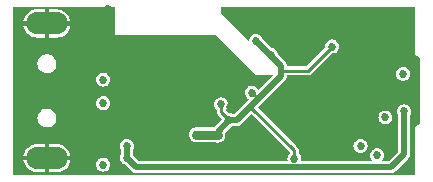
<source format=gbr>
%TF.GenerationSoftware,KiCad,Pcbnew,(6.0.7)*%
%TF.CreationDate,2023-02-09T21:31:31-08:00*%
%TF.ProjectId,ESP_SoC,4553505f-536f-4432-9e6b-696361645f70,rev?*%
%TF.SameCoordinates,Original*%
%TF.FileFunction,Copper,L3,Inr*%
%TF.FilePolarity,Positive*%
%FSLAX46Y46*%
G04 Gerber Fmt 4.6, Leading zero omitted, Abs format (unit mm)*
G04 Created by KiCad (PCBNEW (6.0.7)) date 2023-02-09 21:31:31*
%MOMM*%
%LPD*%
G01*
G04 APERTURE LIST*
%TA.AperFunction,ComponentPad*%
%ADD10O,3.500000X1.900000*%
%TD*%
%TA.AperFunction,ViaPad*%
%ADD11C,0.685800*%
%TD*%
%TA.AperFunction,ViaPad*%
%ADD12C,0.889000*%
%TD*%
%TA.AperFunction,Conductor*%
%ADD13C,0.508000*%
%TD*%
%TA.AperFunction,Conductor*%
%ADD14C,0.254000*%
%TD*%
%TA.AperFunction,Conductor*%
%ADD15C,0.762000*%
%TD*%
G04 APERTURE END LIST*
D10*
%TO.N,GND*%
%TO.C,J1*%
X101650000Y-104450000D03*
X101650000Y-93050000D03*
%TD*%
D11*
%TO.N,+3V3*%
X125800000Y-95000000D03*
X116100000Y-102500000D03*
X116400000Y-99900000D03*
X119337156Y-94518432D03*
X122600000Y-104500000D03*
X119000000Y-98900000D03*
X114295000Y-102475000D03*
X120600000Y-95700000D03*
X117100000Y-101226500D03*
%TO.N,GND*%
X117700000Y-92800000D03*
X106800000Y-92700000D03*
X117178019Y-100133500D03*
X104700000Y-104500000D03*
D12*
X122750000Y-98500000D03*
D11*
X111000000Y-104000000D03*
X130400000Y-94500000D03*
X127400000Y-94500000D03*
X106800000Y-91800000D03*
X112800000Y-94500000D03*
D12*
X124000000Y-99750000D03*
D11*
X106800000Y-93600000D03*
X107800000Y-94500000D03*
D12*
X122750000Y-101000000D03*
D11*
X107700000Y-101100000D03*
X117400000Y-96100000D03*
X130400000Y-92300000D03*
X127400000Y-92300000D03*
X113000000Y-97800000D03*
X115300000Y-99900000D03*
D12*
X124000000Y-98500000D03*
D11*
X113800000Y-94500000D03*
X117000000Y-92100000D03*
X109800000Y-94500000D03*
X114800000Y-94500000D03*
X118700000Y-102700000D03*
D12*
X124000000Y-101000000D03*
D11*
X118800000Y-97400000D03*
X108800000Y-94500000D03*
D12*
X125250000Y-98500000D03*
D11*
X106800000Y-94500000D03*
D12*
X122750000Y-99750000D03*
X125250000Y-101000000D03*
D11*
X111800000Y-94500000D03*
X129750000Y-98750000D03*
X118400000Y-93500000D03*
D12*
X125250000Y-99750000D03*
D11*
X108800000Y-97800000D03*
X113000000Y-101100000D03*
X116700000Y-95400000D03*
X129000000Y-96700000D03*
X110800000Y-94500000D03*
X130700000Y-103800000D03*
%TO.N,+5V*%
X108400000Y-103400000D03*
X131800000Y-97300000D03*
X106400000Y-105000000D03*
X131900000Y-100500000D03*
X108400000Y-104400000D03*
%TO.N,USB_D-*%
X106400000Y-99800000D03*
X129600000Y-104200000D03*
%TO.N,USB_D+*%
X128200000Y-103400000D03*
X106400000Y-97800000D03*
%TO.N,Net-(P1-PadB5)*%
X130300000Y-101000000D03*
%TD*%
D13*
%TO.N,+3V3*%
X118879606Y-100079606D02*
X119479606Y-99479606D01*
D14*
X116400000Y-100526500D02*
X117100000Y-101226500D01*
X116400000Y-99900000D02*
X116400000Y-100526500D01*
X121454000Y-97054000D02*
X123746000Y-97054000D01*
D15*
X116075000Y-102475000D02*
X116100000Y-102500000D01*
D14*
X119479606Y-99379606D02*
X119479606Y-99479606D01*
D13*
X121454000Y-97505212D02*
X121454000Y-97054000D01*
D14*
X119000000Y-98900000D02*
X119479606Y-99379606D01*
D13*
X116100000Y-102226500D02*
X117100000Y-101226500D01*
D15*
X114295000Y-102475000D02*
X116075000Y-102475000D01*
D13*
X119479606Y-99479606D02*
X121454000Y-97505212D01*
X118129606Y-100829606D02*
X118879606Y-100079606D01*
D14*
X122600000Y-103800000D02*
X118879606Y-100079606D01*
X122600000Y-104500000D02*
X122600000Y-103800000D01*
D13*
X121454000Y-96635276D02*
X119337156Y-94518432D01*
X117732712Y-101226500D02*
X118129606Y-100829606D01*
D14*
X123746000Y-97054000D02*
X125800000Y-95000000D01*
D13*
X117100000Y-101226500D02*
X117732712Y-101226500D01*
X121454000Y-97054000D02*
X121454000Y-96635276D01*
X116100000Y-102500000D02*
X116100000Y-102226500D01*
%TO.N,+5V*%
X130776100Y-105223900D02*
X109223900Y-105223900D01*
X131900000Y-100500000D02*
X131900000Y-104100000D01*
X131900000Y-104100000D02*
X130776100Y-105223900D01*
X108400000Y-104400000D02*
X108400000Y-103400000D01*
X109223900Y-105223900D02*
X108400000Y-104400000D01*
%TD*%
%TA.AperFunction,Conductor*%
%TO.N,GND*%
G36*
X107425459Y-91655333D02*
G01*
X107430292Y-91667017D01*
X107427956Y-93940306D01*
X107427896Y-93998552D01*
X107431154Y-93998572D01*
X107431155Y-93998572D01*
X115943296Y-94049960D01*
X115954777Y-94054707D01*
X118537691Y-96599637D01*
X119350000Y-97400000D01*
X120805907Y-97400000D01*
X120817574Y-97404833D01*
X120822407Y-97416500D01*
X120817574Y-97428167D01*
X119572895Y-98672846D01*
X119561228Y-98677679D01*
X119549561Y-98672846D01*
X119545984Y-98667493D01*
X119518750Y-98601744D01*
X119518750Y-98601743D01*
X119518334Y-98600740D01*
X119423218Y-98476782D01*
X119321041Y-98398379D01*
X119300122Y-98382327D01*
X119300120Y-98382326D01*
X119299260Y-98381666D01*
X119154908Y-98321874D01*
X119153843Y-98321734D01*
X119153840Y-98321733D01*
X119001071Y-98301621D01*
X119000000Y-98301480D01*
X118998929Y-98301621D01*
X118846160Y-98321733D01*
X118846157Y-98321734D01*
X118845092Y-98321874D01*
X118700740Y-98381666D01*
X118699880Y-98382326D01*
X118699878Y-98382327D01*
X118678959Y-98398379D01*
X118576782Y-98476782D01*
X118481666Y-98600740D01*
X118421874Y-98745092D01*
X118401480Y-98900000D01*
X118421874Y-99054908D01*
X118481666Y-99199260D01*
X118482326Y-99200120D01*
X118482327Y-99200122D01*
X118498910Y-99221733D01*
X118576782Y-99323218D01*
X118577637Y-99323874D01*
X118699878Y-99417673D01*
X118699880Y-99417674D01*
X118700740Y-99418334D01*
X118701743Y-99418750D01*
X118701744Y-99418750D01*
X118767493Y-99445984D01*
X118776423Y-99454914D01*
X118776423Y-99467542D01*
X118772846Y-99472895D01*
X117528574Y-100717167D01*
X117516907Y-100722000D01*
X117422890Y-100722000D01*
X117412846Y-100718590D01*
X117400126Y-100708829D01*
X117400118Y-100708824D01*
X117399260Y-100708166D01*
X117394560Y-100706219D01*
X117255905Y-100648787D01*
X117254908Y-100648374D01*
X117253843Y-100648234D01*
X117253840Y-100648233D01*
X117101071Y-100628121D01*
X117100000Y-100627980D01*
X117050935Y-100634440D01*
X117038737Y-100631171D01*
X117037114Y-100629748D01*
X116784107Y-100376741D01*
X116779274Y-100365074D01*
X116784107Y-100353407D01*
X116785730Y-100351984D01*
X116822359Y-100323878D01*
X116822363Y-100323874D01*
X116823218Y-100323218D01*
X116879735Y-100249564D01*
X116917673Y-100200122D01*
X116917674Y-100200120D01*
X116918334Y-100199260D01*
X116978126Y-100054908D01*
X116987682Y-99982327D01*
X116998379Y-99901071D01*
X116998520Y-99900000D01*
X116978126Y-99745092D01*
X116918334Y-99600740D01*
X116823218Y-99476782D01*
X116747047Y-99418334D01*
X116700122Y-99382327D01*
X116700120Y-99382326D01*
X116699260Y-99381666D01*
X116554908Y-99321874D01*
X116553843Y-99321734D01*
X116553840Y-99321733D01*
X116401071Y-99301621D01*
X116400000Y-99301480D01*
X116398929Y-99301621D01*
X116246160Y-99321733D01*
X116246157Y-99321734D01*
X116245092Y-99321874D01*
X116100740Y-99381666D01*
X116099880Y-99382326D01*
X116099878Y-99382327D01*
X116052953Y-99418334D01*
X115976782Y-99476782D01*
X115881666Y-99600740D01*
X115821874Y-99745092D01*
X115801480Y-99900000D01*
X115801621Y-99901071D01*
X115812319Y-99982327D01*
X115821874Y-100054908D01*
X115881666Y-100199260D01*
X115882326Y-100200120D01*
X115882327Y-100200122D01*
X115920265Y-100249564D01*
X115976782Y-100323218D01*
X115983182Y-100328129D01*
X116016045Y-100353346D01*
X116022359Y-100364282D01*
X116022500Y-100366436D01*
X116022500Y-100484445D01*
X116022130Y-100487917D01*
X116017705Y-100508471D01*
X116017865Y-100509824D01*
X116017865Y-100509827D01*
X116022386Y-100548022D01*
X116022500Y-100549961D01*
X116022500Y-100557862D01*
X116022612Y-100558534D01*
X116022612Y-100558536D01*
X116026071Y-100579317D01*
X116026179Y-100580076D01*
X116032476Y-100633275D01*
X116033066Y-100634503D01*
X116033067Y-100634507D01*
X116035402Y-100639368D01*
X116036805Y-100643803D01*
X116037914Y-100650470D01*
X116038563Y-100651672D01*
X116038563Y-100651673D01*
X116063347Y-100697605D01*
X116063700Y-100698298D01*
X116086878Y-100746566D01*
X116090450Y-100750815D01*
X116092234Y-100752599D01*
X116095088Y-100756431D01*
X116097592Y-100761072D01*
X116098596Y-100762000D01*
X116138550Y-100798933D01*
X116139017Y-100799382D01*
X116464665Y-101125030D01*
X116469498Y-101136697D01*
X116464665Y-101148364D01*
X115784557Y-101828472D01*
X115781695Y-101830759D01*
X115770659Y-101837722D01*
X115770653Y-101837727D01*
X115769661Y-101838353D01*
X115768883Y-101839234D01*
X115768494Y-101839565D01*
X115757799Y-101843500D01*
X114255270Y-101843500D01*
X114200365Y-101850436D01*
X114137732Y-101858348D01*
X114137731Y-101858348D01*
X114136704Y-101858478D01*
X113988355Y-101917214D01*
X113987515Y-101917825D01*
X113987512Y-101917826D01*
X113875620Y-101999121D01*
X113859273Y-102010998D01*
X113757569Y-102133936D01*
X113689634Y-102278305D01*
X113689441Y-102279317D01*
X113689440Y-102279320D01*
X113663114Y-102417328D01*
X113659737Y-102435033D01*
X113659802Y-102436070D01*
X113659802Y-102436074D01*
X113667657Y-102560914D01*
X113669756Y-102594272D01*
X113719060Y-102746017D01*
X113804554Y-102880732D01*
X113920864Y-102989955D01*
X113921771Y-102990454D01*
X113921773Y-102990455D01*
X114059772Y-103066320D01*
X114060682Y-103066820D01*
X114215223Y-103106500D01*
X115908034Y-103106500D01*
X115914587Y-103107857D01*
X115922416Y-103111245D01*
X115985827Y-103121288D01*
X116078981Y-103136042D01*
X116078984Y-103136042D01*
X116080006Y-103136204D01*
X116159429Y-103128697D01*
X116237819Y-103121288D01*
X116237822Y-103121287D01*
X116238852Y-103121190D01*
X116239825Y-103120840D01*
X116239828Y-103120839D01*
X116387999Y-103067494D01*
X116388974Y-103067143D01*
X116390185Y-103066320D01*
X116520081Y-102978042D01*
X116520084Y-102978039D01*
X116520938Y-102977459D01*
X116604808Y-102882327D01*
X116625765Y-102858556D01*
X116625767Y-102858553D01*
X116626452Y-102857776D01*
X116644535Y-102822287D01*
X116698419Y-102716536D01*
X116698420Y-102716534D01*
X116698889Y-102715613D01*
X116733693Y-102559902D01*
X116729802Y-102436074D01*
X116728715Y-102401464D01*
X116728715Y-102401461D01*
X116728682Y-102400426D01*
X116711337Y-102340725D01*
X116712723Y-102328174D01*
X116715515Y-102324456D01*
X117228417Y-101811553D01*
X117237931Y-101806861D01*
X117253839Y-101804767D01*
X117253841Y-101804766D01*
X117254908Y-101804626D01*
X117335966Y-101771051D01*
X117398256Y-101745250D01*
X117398257Y-101745250D01*
X117399260Y-101744834D01*
X117400118Y-101744176D01*
X117400126Y-101744171D01*
X117412846Y-101734410D01*
X117422890Y-101731000D01*
X117674322Y-101731000D01*
X117677963Y-101731407D01*
X117691836Y-101734546D01*
X117748479Y-101731032D01*
X117749501Y-101731000D01*
X117768938Y-101731000D01*
X117783522Y-101728911D01*
X117784840Y-101728776D01*
X117834894Y-101725671D01*
X117836071Y-101725598D01*
X117837178Y-101725198D01*
X117837180Y-101725198D01*
X117853826Y-101719189D01*
X117857088Y-101718376D01*
X117861636Y-101717725D01*
X117875764Y-101715701D01*
X117876836Y-101715214D01*
X117876838Y-101715213D01*
X117922476Y-101694463D01*
X117923702Y-101693963D01*
X117960531Y-101680667D01*
X117971996Y-101676528D01*
X117987236Y-101665394D01*
X117990137Y-101663699D01*
X117995709Y-101661166D01*
X118006247Y-101656375D01*
X118006250Y-101656373D01*
X118007317Y-101655888D01*
X118046200Y-101622384D01*
X118047238Y-101621561D01*
X118061137Y-101611407D01*
X118061144Y-101611401D01*
X118061656Y-101611027D01*
X118075389Y-101597294D01*
X118076285Y-101596461D01*
X118115906Y-101562321D01*
X118116794Y-101561556D01*
X118126287Y-101546910D01*
X118128466Y-101544217D01*
X118957742Y-100714941D01*
X118969409Y-100710108D01*
X118981076Y-100714941D01*
X122217667Y-103951532D01*
X122222500Y-103963199D01*
X122222500Y-104033564D01*
X122217667Y-104045231D01*
X122216045Y-104046654D01*
X122193206Y-104064179D01*
X122176782Y-104076782D01*
X122176126Y-104077637D01*
X122083056Y-104198929D01*
X122081666Y-104200740D01*
X122081250Y-104201743D01*
X122081250Y-104201744D01*
X122050907Y-104275000D01*
X122021874Y-104345092D01*
X122021734Y-104346157D01*
X122021733Y-104346160D01*
X122010548Y-104431119D01*
X122001480Y-104500000D01*
X122001621Y-104501071D01*
X122018369Y-104628283D01*
X122021874Y-104654908D01*
X122022287Y-104655905D01*
X122039137Y-104696586D01*
X122039137Y-104709214D01*
X122030207Y-104718144D01*
X122023893Y-104719400D01*
X109439705Y-104719400D01*
X109428038Y-104714567D01*
X108985053Y-104271582D01*
X108980361Y-104262069D01*
X108978267Y-104246160D01*
X108978266Y-104246157D01*
X108978126Y-104245092D01*
X108941886Y-104157600D01*
X108918750Y-104101744D01*
X108918750Y-104101743D01*
X108918334Y-104100740D01*
X108917676Y-104099882D01*
X108917671Y-104099874D01*
X108907910Y-104087154D01*
X108904500Y-104077110D01*
X108904500Y-103722890D01*
X108907910Y-103712846D01*
X108917671Y-103700126D01*
X108917676Y-103700118D01*
X108918334Y-103699260D01*
X108978126Y-103554908D01*
X108998520Y-103400000D01*
X108980743Y-103264970D01*
X108978267Y-103246160D01*
X108978266Y-103246157D01*
X108978126Y-103245092D01*
X108932983Y-103136106D01*
X108918750Y-103101744D01*
X108918750Y-103101743D01*
X108918334Y-103100740D01*
X108892555Y-103067143D01*
X108823874Y-102977637D01*
X108823218Y-102976782D01*
X108806991Y-102964331D01*
X108700122Y-102882327D01*
X108700120Y-102882326D01*
X108699260Y-102881666D01*
X108554908Y-102821874D01*
X108553843Y-102821734D01*
X108553840Y-102821733D01*
X108401071Y-102801621D01*
X108400000Y-102801480D01*
X108398929Y-102801621D01*
X108246160Y-102821733D01*
X108246157Y-102821734D01*
X108245092Y-102821874D01*
X108100740Y-102881666D01*
X108099880Y-102882326D01*
X108099878Y-102882327D01*
X107993009Y-102964331D01*
X107976782Y-102976782D01*
X107976126Y-102977637D01*
X107907446Y-103067143D01*
X107881666Y-103100740D01*
X107881250Y-103101743D01*
X107881250Y-103101744D01*
X107867017Y-103136106D01*
X107821874Y-103245092D01*
X107821734Y-103246157D01*
X107821733Y-103246160D01*
X107819257Y-103264970D01*
X107801480Y-103400000D01*
X107821874Y-103554908D01*
X107881666Y-103699260D01*
X107882324Y-103700118D01*
X107882329Y-103700126D01*
X107892090Y-103712846D01*
X107895500Y-103722890D01*
X107895500Y-104077110D01*
X107892090Y-104087154D01*
X107882329Y-104099874D01*
X107882324Y-104099882D01*
X107881666Y-104100740D01*
X107881250Y-104101743D01*
X107881250Y-104101744D01*
X107858114Y-104157600D01*
X107821874Y-104245092D01*
X107821734Y-104246157D01*
X107821733Y-104246160D01*
X107804135Y-104379830D01*
X107801480Y-104400000D01*
X107801621Y-104401071D01*
X107814416Y-104498256D01*
X107821874Y-104554908D01*
X107822287Y-104555905D01*
X107851220Y-104625755D01*
X107881666Y-104699260D01*
X107882326Y-104700120D01*
X107882327Y-104700122D01*
X107897120Y-104719400D01*
X107976782Y-104823218D01*
X107977637Y-104823874D01*
X108099878Y-104917673D01*
X108099880Y-104917674D01*
X108100740Y-104918334D01*
X108245092Y-104978126D01*
X108246157Y-104978266D01*
X108246160Y-104978267D01*
X108262069Y-104980361D01*
X108271582Y-104985053D01*
X108825873Y-105539343D01*
X108828160Y-105542205D01*
X108835753Y-105554239D01*
X108836637Y-105555019D01*
X108836638Y-105555021D01*
X108878301Y-105591816D01*
X108879046Y-105592516D01*
X108892781Y-105606251D01*
X108893250Y-105606602D01*
X108893254Y-105606606D01*
X108904567Y-105615084D01*
X108905593Y-105615919D01*
X108944070Y-105649901D01*
X108945131Y-105650399D01*
X108945134Y-105650401D01*
X108961152Y-105657921D01*
X108964036Y-105659654D01*
X108979136Y-105670971D01*
X109027208Y-105688993D01*
X109028424Y-105689505D01*
X109073816Y-105710817D01*
X109073819Y-105710818D01*
X109074882Y-105711317D01*
X109093527Y-105714220D01*
X109096778Y-105715074D01*
X109114452Y-105721699D01*
X109130803Y-105722914D01*
X109165646Y-105725503D01*
X109166962Y-105725654D01*
X109183972Y-105728303D01*
X109183976Y-105728303D01*
X109184597Y-105728400D01*
X109204013Y-105728400D01*
X109205235Y-105728445D01*
X109210107Y-105728807D01*
X109257393Y-105732321D01*
X109257395Y-105732321D01*
X109258567Y-105732408D01*
X109259719Y-105732162D01*
X109259721Y-105732162D01*
X109275638Y-105728764D01*
X109279083Y-105728400D01*
X130717710Y-105728400D01*
X130721351Y-105728807D01*
X130735224Y-105731946D01*
X130791867Y-105728432D01*
X130792889Y-105728400D01*
X130812326Y-105728400D01*
X130826910Y-105726311D01*
X130828228Y-105726176D01*
X130878282Y-105723071D01*
X130879459Y-105722998D01*
X130880566Y-105722598D01*
X130880568Y-105722598D01*
X130897214Y-105716589D01*
X130900476Y-105715776D01*
X130911339Y-105714220D01*
X130919152Y-105713101D01*
X130920224Y-105712614D01*
X130920226Y-105712613D01*
X130965864Y-105691863D01*
X130967090Y-105691363D01*
X130995644Y-105681054D01*
X131015384Y-105673928D01*
X131030624Y-105662794D01*
X131033525Y-105661099D01*
X131040515Y-105657921D01*
X131049635Y-105653775D01*
X131049638Y-105653773D01*
X131050705Y-105653288D01*
X131051594Y-105652522D01*
X131089588Y-105619784D01*
X131090626Y-105618961D01*
X131104523Y-105608808D01*
X131104526Y-105608805D01*
X131105044Y-105608427D01*
X131118789Y-105594681D01*
X131119687Y-105593848D01*
X131137770Y-105578267D01*
X131160182Y-105558956D01*
X131163240Y-105554239D01*
X131169675Y-105544310D01*
X131171854Y-105541617D01*
X132215443Y-104498027D01*
X132218305Y-104495740D01*
X132229341Y-104488777D01*
X132229342Y-104488776D01*
X132230339Y-104488147D01*
X132236431Y-104481250D01*
X132267916Y-104445599D01*
X132268616Y-104444854D01*
X132282351Y-104431119D01*
X132282702Y-104430650D01*
X132282706Y-104430646D01*
X132291184Y-104419333D01*
X132292020Y-104418306D01*
X132306880Y-104401480D01*
X132326001Y-104379830D01*
X132334021Y-104362748D01*
X132335754Y-104359864D01*
X132346365Y-104345706D01*
X132347071Y-104344764D01*
X132365091Y-104296696D01*
X132365603Y-104295480D01*
X132387417Y-104249018D01*
X132388184Y-104244095D01*
X132390320Y-104230370D01*
X132391174Y-104227116D01*
X132397385Y-104210550D01*
X132397385Y-104210549D01*
X132397798Y-104209448D01*
X132401602Y-104158262D01*
X132401753Y-104156947D01*
X132404403Y-104139930D01*
X132404404Y-104139922D01*
X132404500Y-104139303D01*
X132404500Y-104119882D01*
X132404545Y-104118659D01*
X132408421Y-104066507D01*
X132408421Y-104066505D01*
X132408508Y-104065333D01*
X132404864Y-104048262D01*
X132404500Y-104044817D01*
X132404500Y-100822890D01*
X132407910Y-100812846D01*
X132417671Y-100800126D01*
X132417676Y-100800118D01*
X132418334Y-100799260D01*
X132433768Y-100762000D01*
X132477713Y-100655905D01*
X132478126Y-100654908D01*
X132478711Y-100650470D01*
X132498379Y-100501071D01*
X132498520Y-100500000D01*
X132496052Y-100481250D01*
X132478267Y-100346160D01*
X132478266Y-100346157D01*
X132478126Y-100345092D01*
X132427645Y-100223218D01*
X132418750Y-100201744D01*
X132418750Y-100201743D01*
X132418334Y-100200740D01*
X132417199Y-100199260D01*
X132323874Y-100077637D01*
X132323218Y-100076782D01*
X132306991Y-100064331D01*
X132200122Y-99982327D01*
X132200120Y-99982326D01*
X132199260Y-99981666D01*
X132132082Y-99953840D01*
X132055905Y-99922287D01*
X132054908Y-99921874D01*
X132053843Y-99921734D01*
X132053840Y-99921733D01*
X131901071Y-99901621D01*
X131900000Y-99901480D01*
X131898929Y-99901621D01*
X131746160Y-99921733D01*
X131746157Y-99921734D01*
X131745092Y-99921874D01*
X131744095Y-99922287D01*
X131667919Y-99953840D01*
X131600740Y-99981666D01*
X131599880Y-99982326D01*
X131599878Y-99982327D01*
X131493009Y-100064331D01*
X131476782Y-100076782D01*
X131476126Y-100077637D01*
X131382802Y-100199260D01*
X131381666Y-100200740D01*
X131381250Y-100201743D01*
X131381250Y-100201744D01*
X131372355Y-100223218D01*
X131321874Y-100345092D01*
X131321734Y-100346157D01*
X131321733Y-100346160D01*
X131303948Y-100481250D01*
X131301480Y-100500000D01*
X131301621Y-100501071D01*
X131321290Y-100650470D01*
X131321874Y-100654908D01*
X131322287Y-100655905D01*
X131366233Y-100762000D01*
X131381666Y-100799260D01*
X131382324Y-100800118D01*
X131382329Y-100800126D01*
X131392090Y-100812846D01*
X131395500Y-100822890D01*
X131395500Y-103884195D01*
X131390667Y-103895862D01*
X130571962Y-104714567D01*
X130560295Y-104719400D01*
X129946478Y-104719400D01*
X129934811Y-104714567D01*
X129929978Y-104702900D01*
X129934811Y-104691233D01*
X129936433Y-104689810D01*
X129981919Y-104654908D01*
X130023218Y-104623218D01*
X130035669Y-104606991D01*
X130117673Y-104500122D01*
X130117674Y-104500120D01*
X130118334Y-104499260D01*
X130140870Y-104444854D01*
X130177713Y-104355905D01*
X130178126Y-104354908D01*
X130179338Y-104345706D01*
X130198379Y-104201071D01*
X130198520Y-104200000D01*
X130190467Y-104138830D01*
X130178267Y-104046160D01*
X130178266Y-104046157D01*
X130178126Y-104045092D01*
X130118334Y-103900740D01*
X130058850Y-103823218D01*
X130023874Y-103777637D01*
X130023218Y-103776782D01*
X129976664Y-103741060D01*
X129900122Y-103682327D01*
X129900120Y-103682326D01*
X129899260Y-103681666D01*
X129885654Y-103676030D01*
X129755905Y-103622287D01*
X129754908Y-103621874D01*
X129753843Y-103621734D01*
X129753840Y-103621733D01*
X129601071Y-103601621D01*
X129600000Y-103601480D01*
X129598929Y-103601621D01*
X129446160Y-103621733D01*
X129446157Y-103621734D01*
X129445092Y-103621874D01*
X129444095Y-103622287D01*
X129314347Y-103676030D01*
X129300740Y-103681666D01*
X129299880Y-103682326D01*
X129299878Y-103682327D01*
X129223336Y-103741060D01*
X129176782Y-103776782D01*
X129176126Y-103777637D01*
X129141151Y-103823218D01*
X129081666Y-103900740D01*
X129021874Y-104045092D01*
X129021734Y-104046157D01*
X129021733Y-104046160D01*
X129009533Y-104138830D01*
X129001480Y-104200000D01*
X129001621Y-104201071D01*
X129020663Y-104345706D01*
X129021874Y-104354908D01*
X129022287Y-104355905D01*
X129059131Y-104444854D01*
X129081666Y-104499260D01*
X129082326Y-104500120D01*
X129082327Y-104500122D01*
X129164331Y-104606991D01*
X129176782Y-104623218D01*
X129218082Y-104654908D01*
X129263567Y-104689810D01*
X129269881Y-104700746D01*
X129266612Y-104712945D01*
X129255676Y-104719259D01*
X129253522Y-104719400D01*
X123176107Y-104719400D01*
X123164440Y-104714567D01*
X123159607Y-104702900D01*
X123160863Y-104696586D01*
X123177713Y-104655905D01*
X123178126Y-104654908D01*
X123181632Y-104628283D01*
X123198379Y-104501071D01*
X123198520Y-104500000D01*
X123189452Y-104431119D01*
X123178267Y-104346160D01*
X123178266Y-104346157D01*
X123178126Y-104345092D01*
X123149093Y-104275000D01*
X123118750Y-104201744D01*
X123118750Y-104201743D01*
X123118334Y-104200740D01*
X123116945Y-104198929D01*
X123023874Y-104077637D01*
X123023218Y-104076782D01*
X123006794Y-104064179D01*
X122983955Y-104046654D01*
X122977641Y-104035718D01*
X122977500Y-104033564D01*
X122977500Y-103842055D01*
X122977870Y-103838582D01*
X122982295Y-103818029D01*
X122977614Y-103778478D01*
X122977500Y-103776539D01*
X122977500Y-103768638D01*
X122973928Y-103747173D01*
X122973819Y-103746413D01*
X122967524Y-103693225D01*
X122964597Y-103687129D01*
X122963195Y-103682695D01*
X122963024Y-103681666D01*
X122962086Y-103676030D01*
X122936658Y-103628905D01*
X122936305Y-103628212D01*
X122913574Y-103580873D01*
X122913574Y-103580872D01*
X122913123Y-103579934D01*
X122909550Y-103575685D01*
X122907766Y-103573901D01*
X122904912Y-103570069D01*
X122903057Y-103566630D01*
X122903055Y-103566628D01*
X122902408Y-103565428D01*
X122861449Y-103527566D01*
X122860982Y-103527117D01*
X122733865Y-103400000D01*
X127601480Y-103400000D01*
X127621874Y-103554908D01*
X127681666Y-103699260D01*
X127682326Y-103700120D01*
X127682327Y-103700122D01*
X127742452Y-103778478D01*
X127776782Y-103823218D01*
X127777637Y-103823874D01*
X127899878Y-103917673D01*
X127899880Y-103917674D01*
X127900740Y-103918334D01*
X128045092Y-103978126D01*
X128046157Y-103978266D01*
X128046160Y-103978267D01*
X128198929Y-103998379D01*
X128200000Y-103998520D01*
X128201071Y-103998379D01*
X128353840Y-103978267D01*
X128353843Y-103978266D01*
X128354908Y-103978126D01*
X128499260Y-103918334D01*
X128500120Y-103917674D01*
X128500122Y-103917673D01*
X128622363Y-103823874D01*
X128623218Y-103823218D01*
X128657548Y-103778478D01*
X128717673Y-103700122D01*
X128717674Y-103700120D01*
X128718334Y-103699260D01*
X128778126Y-103554908D01*
X128798520Y-103400000D01*
X128780743Y-103264970D01*
X128778267Y-103246160D01*
X128778266Y-103246157D01*
X128778126Y-103245092D01*
X128732983Y-103136106D01*
X128718750Y-103101744D01*
X128718750Y-103101743D01*
X128718334Y-103100740D01*
X128692555Y-103067143D01*
X128623874Y-102977637D01*
X128623218Y-102976782D01*
X128606991Y-102964331D01*
X128500122Y-102882327D01*
X128500120Y-102882326D01*
X128499260Y-102881666D01*
X128354908Y-102821874D01*
X128353843Y-102821734D01*
X128353840Y-102821733D01*
X128201071Y-102801621D01*
X128200000Y-102801480D01*
X128198929Y-102801621D01*
X128046160Y-102821733D01*
X128046157Y-102821734D01*
X128045092Y-102821874D01*
X127900740Y-102881666D01*
X127899880Y-102882326D01*
X127899878Y-102882327D01*
X127793009Y-102964331D01*
X127776782Y-102976782D01*
X127776126Y-102977637D01*
X127707446Y-103067143D01*
X127681666Y-103100740D01*
X127681250Y-103101743D01*
X127681250Y-103101744D01*
X127667017Y-103136106D01*
X127621874Y-103245092D01*
X127621734Y-103246157D01*
X127621733Y-103246160D01*
X127619257Y-103264970D01*
X127601480Y-103400000D01*
X122733865Y-103400000D01*
X120333865Y-101000000D01*
X129701480Y-101000000D01*
X129721874Y-101154908D01*
X129722287Y-101155905D01*
X129750433Y-101223855D01*
X129781666Y-101299260D01*
X129876782Y-101423218D01*
X129877637Y-101423874D01*
X129999878Y-101517673D01*
X129999880Y-101517674D01*
X130000740Y-101518334D01*
X130001743Y-101518750D01*
X130001744Y-101518750D01*
X130101107Y-101559907D01*
X130145092Y-101578126D01*
X130146157Y-101578266D01*
X130146160Y-101578267D01*
X130298929Y-101598379D01*
X130300000Y-101598520D01*
X130301071Y-101598379D01*
X130453840Y-101578267D01*
X130453843Y-101578266D01*
X130454908Y-101578126D01*
X130498893Y-101559907D01*
X130598256Y-101518750D01*
X130598257Y-101518750D01*
X130599260Y-101518334D01*
X130600120Y-101517674D01*
X130600122Y-101517673D01*
X130722363Y-101423874D01*
X130723218Y-101423218D01*
X130818334Y-101299260D01*
X130849568Y-101223855D01*
X130877713Y-101155905D01*
X130878126Y-101154908D01*
X130898520Y-101000000D01*
X130898361Y-100998794D01*
X130878267Y-100846160D01*
X130878266Y-100846157D01*
X130878126Y-100845092D01*
X130859098Y-100799153D01*
X130818750Y-100701744D01*
X130818750Y-100701743D01*
X130818334Y-100700740D01*
X130816461Y-100698298D01*
X130723874Y-100577637D01*
X130723218Y-100576782D01*
X130694616Y-100554835D01*
X130600122Y-100482327D01*
X130600120Y-100482326D01*
X130599260Y-100481666D01*
X130454908Y-100421874D01*
X130453843Y-100421734D01*
X130453840Y-100421733D01*
X130301071Y-100401621D01*
X130300000Y-100401480D01*
X130298929Y-100401621D01*
X130146160Y-100421733D01*
X130146157Y-100421734D01*
X130145092Y-100421874D01*
X130000740Y-100481666D01*
X129999880Y-100482326D01*
X129999878Y-100482327D01*
X129905384Y-100554835D01*
X129876782Y-100576782D01*
X129876126Y-100577637D01*
X129783540Y-100698298D01*
X129781666Y-100700740D01*
X129781250Y-100701743D01*
X129781250Y-100701744D01*
X129740902Y-100799153D01*
X129721874Y-100845092D01*
X129721734Y-100846157D01*
X129721733Y-100846160D01*
X129701639Y-100998794D01*
X129701480Y-101000000D01*
X120333865Y-101000000D01*
X119514941Y-100181076D01*
X119510108Y-100169409D01*
X119514941Y-100157742D01*
X121769443Y-97903240D01*
X121772305Y-97900953D01*
X121783341Y-97893990D01*
X121783347Y-97893985D01*
X121784339Y-97893359D01*
X121821909Y-97850819D01*
X121822609Y-97850074D01*
X121836351Y-97836332D01*
X121845193Y-97824535D01*
X121846029Y-97823509D01*
X121879221Y-97785925D01*
X121880001Y-97785042D01*
X121888021Y-97767961D01*
X121889753Y-97765079D01*
X121900365Y-97750919D01*
X121900367Y-97750915D01*
X121901071Y-97749976D01*
X121919091Y-97701908D01*
X121919603Y-97700692D01*
X121940917Y-97655294D01*
X121941417Y-97654230D01*
X121944320Y-97635580D01*
X121945174Y-97632328D01*
X121951385Y-97615762D01*
X121951385Y-97615761D01*
X121951798Y-97614660D01*
X121955602Y-97563474D01*
X121955753Y-97562159D01*
X121958403Y-97545142D01*
X121958404Y-97545134D01*
X121958500Y-97544515D01*
X121958500Y-97525094D01*
X121958545Y-97523871D01*
X121962421Y-97471719D01*
X121962421Y-97471717D01*
X121962508Y-97470545D01*
X121958864Y-97453474D01*
X121958500Y-97450029D01*
X121958500Y-97448000D01*
X121963333Y-97436333D01*
X121975000Y-97431500D01*
X123703945Y-97431500D01*
X123707417Y-97431870D01*
X123727971Y-97436295D01*
X123729324Y-97436135D01*
X123729327Y-97436135D01*
X123767522Y-97431614D01*
X123769461Y-97431500D01*
X123777362Y-97431500D01*
X123778034Y-97431388D01*
X123778036Y-97431388D01*
X123786755Y-97429937D01*
X123798827Y-97427928D01*
X123799576Y-97427821D01*
X123852775Y-97421524D01*
X123854003Y-97420934D01*
X123854007Y-97420933D01*
X123858868Y-97418598D01*
X123863303Y-97417195D01*
X123869970Y-97416086D01*
X123917105Y-97390653D01*
X123917798Y-97390300D01*
X123965131Y-97367571D01*
X123966066Y-97367122D01*
X123970315Y-97363550D01*
X123972099Y-97361766D01*
X123975931Y-97358912D01*
X123979370Y-97357057D01*
X123979372Y-97357055D01*
X123980572Y-97356408D01*
X124018434Y-97315449D01*
X124018883Y-97314982D01*
X124033865Y-97300000D01*
X131201480Y-97300000D01*
X131201621Y-97301071D01*
X131221461Y-97451769D01*
X131221874Y-97454908D01*
X131281666Y-97599260D01*
X131282326Y-97600120D01*
X131282327Y-97600122D01*
X131322955Y-97653069D01*
X131376782Y-97723218D01*
X131377637Y-97723874D01*
X131499878Y-97817673D01*
X131499880Y-97817674D01*
X131500740Y-97818334D01*
X131501743Y-97818750D01*
X131501744Y-97818750D01*
X131543052Y-97835860D01*
X131645092Y-97878126D01*
X131646157Y-97878266D01*
X131646160Y-97878267D01*
X131798929Y-97898379D01*
X131800000Y-97898520D01*
X131801071Y-97898379D01*
X131953840Y-97878267D01*
X131953843Y-97878266D01*
X131954908Y-97878126D01*
X132056948Y-97835860D01*
X132098256Y-97818750D01*
X132098257Y-97818750D01*
X132099260Y-97818334D01*
X132100120Y-97817674D01*
X132100122Y-97817673D01*
X132222363Y-97723874D01*
X132223218Y-97723218D01*
X132277045Y-97653069D01*
X132317673Y-97600122D01*
X132317674Y-97600120D01*
X132318334Y-97599260D01*
X132378126Y-97454908D01*
X132378540Y-97451769D01*
X132398379Y-97301071D01*
X132398520Y-97300000D01*
X132392003Y-97250500D01*
X132378267Y-97146160D01*
X132378266Y-97146157D01*
X132378126Y-97145092D01*
X132318334Y-97000740D01*
X132283561Y-96955422D01*
X132223874Y-96877637D01*
X132223218Y-96876782D01*
X132128257Y-96803916D01*
X132100122Y-96782327D01*
X132100120Y-96782326D01*
X132099260Y-96781666D01*
X131954908Y-96721874D01*
X131953843Y-96721734D01*
X131953840Y-96721733D01*
X131801071Y-96701621D01*
X131800000Y-96701480D01*
X131798929Y-96701621D01*
X131646160Y-96721733D01*
X131646157Y-96721734D01*
X131645092Y-96721874D01*
X131500740Y-96781666D01*
X131499880Y-96782326D01*
X131499878Y-96782327D01*
X131471743Y-96803916D01*
X131376782Y-96876782D01*
X131376126Y-96877637D01*
X131316440Y-96955422D01*
X131281666Y-97000740D01*
X131221874Y-97145092D01*
X131221734Y-97146157D01*
X131221733Y-97146160D01*
X131207997Y-97250500D01*
X131201480Y-97300000D01*
X124033865Y-97300000D01*
X125737113Y-95596752D01*
X125748780Y-95591919D01*
X125750933Y-95592060D01*
X125800000Y-95598520D01*
X125801071Y-95598379D01*
X125953840Y-95578267D01*
X125953843Y-95578266D01*
X125954908Y-95578126D01*
X125984072Y-95566046D01*
X126098256Y-95518750D01*
X126098257Y-95518750D01*
X126099260Y-95518334D01*
X126100120Y-95517674D01*
X126100122Y-95517673D01*
X126222363Y-95423874D01*
X126223218Y-95423218D01*
X126318334Y-95299260D01*
X126327291Y-95277637D01*
X126377713Y-95155905D01*
X126378126Y-95154908D01*
X126385010Y-95102624D01*
X126398379Y-95001071D01*
X126398520Y-95000000D01*
X126378126Y-94845092D01*
X126318334Y-94700740D01*
X126223218Y-94576782D01*
X126141856Y-94514351D01*
X126100122Y-94482327D01*
X126100120Y-94482326D01*
X126099260Y-94481666D01*
X125954908Y-94421874D01*
X125953843Y-94421734D01*
X125953840Y-94421733D01*
X125801071Y-94401621D01*
X125800000Y-94401480D01*
X125798929Y-94401621D01*
X125646160Y-94421733D01*
X125646157Y-94421734D01*
X125645092Y-94421874D01*
X125500740Y-94481666D01*
X125499880Y-94482326D01*
X125499878Y-94482327D01*
X125458144Y-94514351D01*
X125376782Y-94576782D01*
X125281666Y-94700740D01*
X125221874Y-94845092D01*
X125201480Y-95000000D01*
X125201621Y-95001071D01*
X125207940Y-95049066D01*
X125204671Y-95061264D01*
X125203248Y-95062887D01*
X123594467Y-96671667D01*
X123582800Y-96676500D01*
X121977575Y-96676500D01*
X121965908Y-96671667D01*
X121961107Y-96661022D01*
X121958748Y-96622983D01*
X121958532Y-96619509D01*
X121958500Y-96618487D01*
X121958500Y-96599050D01*
X121956411Y-96584465D01*
X121956276Y-96583148D01*
X121953171Y-96533094D01*
X121953098Y-96531917D01*
X121946689Y-96514162D01*
X121945876Y-96510900D01*
X121943368Y-96493391D01*
X121943201Y-96492224D01*
X121921961Y-96445508D01*
X121921461Y-96444282D01*
X121904425Y-96397094D01*
X121904027Y-96395991D01*
X121892892Y-96380750D01*
X121891199Y-96377851D01*
X121883876Y-96361744D01*
X121883876Y-96361743D01*
X121883388Y-96360671D01*
X121870789Y-96346050D01*
X121849882Y-96321784D01*
X121849059Y-96320748D01*
X121838900Y-96306844D01*
X121838526Y-96306332D01*
X121824801Y-96292607D01*
X121823968Y-96291711D01*
X121789821Y-96252082D01*
X121789056Y-96251194D01*
X121774407Y-96241699D01*
X121771714Y-96239520D01*
X121197376Y-95665181D01*
X121192684Y-95655668D01*
X121178267Y-95546160D01*
X121178266Y-95546157D01*
X121178126Y-95545092D01*
X121138531Y-95449500D01*
X121118750Y-95401744D01*
X121118750Y-95401743D01*
X121118334Y-95400740D01*
X121100057Y-95376920D01*
X121023874Y-95277637D01*
X121023218Y-95276782D01*
X121006991Y-95264331D01*
X120900122Y-95182327D01*
X120900120Y-95182326D01*
X120899260Y-95181666D01*
X120832082Y-95153840D01*
X120755905Y-95122287D01*
X120754908Y-95121874D01*
X120753843Y-95121734D01*
X120753840Y-95121733D01*
X120644332Y-95107316D01*
X120634819Y-95102624D01*
X119922209Y-94390014D01*
X119917517Y-94380501D01*
X119915423Y-94364592D01*
X119915422Y-94364589D01*
X119915282Y-94363524D01*
X119867861Y-94249038D01*
X119855906Y-94220176D01*
X119855906Y-94220175D01*
X119855490Y-94219172D01*
X119760374Y-94095214D01*
X119701398Y-94049960D01*
X119637278Y-94000759D01*
X119637276Y-94000758D01*
X119636416Y-94000098D01*
X119624763Y-93995271D01*
X119505929Y-93946049D01*
X119492064Y-93940306D01*
X119490999Y-93940166D01*
X119490996Y-93940165D01*
X119338227Y-93920053D01*
X119337156Y-93919912D01*
X119336085Y-93920053D01*
X119183316Y-93940165D01*
X119183313Y-93940166D01*
X119182248Y-93940306D01*
X119168383Y-93946049D01*
X119049550Y-93995271D01*
X119037896Y-94000098D01*
X119037036Y-94000758D01*
X119037034Y-94000759D01*
X118972914Y-94049960D01*
X118913938Y-94095214D01*
X118818822Y-94219172D01*
X118818406Y-94220175D01*
X118818406Y-94220176D01*
X118806451Y-94249038D01*
X118759030Y-94363524D01*
X118758890Y-94364589D01*
X118758889Y-94364592D01*
X118740442Y-94504716D01*
X118734128Y-94515652D01*
X118721929Y-94518921D01*
X118712539Y-94514351D01*
X117037537Y-92874245D01*
X116404956Y-92254843D01*
X116400000Y-92243054D01*
X116400000Y-91667000D01*
X116404833Y-91655333D01*
X116416500Y-91650500D01*
X132783000Y-91650500D01*
X132794667Y-91655333D01*
X132799500Y-91667000D01*
X132799500Y-95373701D01*
X132799183Y-95376919D01*
X132794592Y-95400000D01*
X132794909Y-95401594D01*
X132797744Y-95415847D01*
X132797957Y-95417218D01*
X132801277Y-95446683D01*
X132809907Y-95523273D01*
X132810214Y-95524149D01*
X132810214Y-95524151D01*
X132850574Y-95639494D01*
X132850576Y-95639498D01*
X132850879Y-95640364D01*
X132851369Y-95641144D01*
X132851370Y-95641146D01*
X132899111Y-95717125D01*
X132916879Y-95745403D01*
X133004597Y-95833121D01*
X133005385Y-95833616D01*
X133108854Y-95898630D01*
X133108856Y-95898631D01*
X133109636Y-95899121D01*
X133188950Y-95926874D01*
X133198366Y-95935289D01*
X133200000Y-95942448D01*
X133200000Y-101557552D01*
X133195167Y-101569219D01*
X133188951Y-101573125D01*
X133109636Y-101600879D01*
X133108856Y-101601369D01*
X133108854Y-101601370D01*
X133073996Y-101623273D01*
X133004597Y-101666879D01*
X132916879Y-101754597D01*
X132916384Y-101755385D01*
X132851607Y-101858478D01*
X132850879Y-101859636D01*
X132850576Y-101860502D01*
X132850574Y-101860506D01*
X132830517Y-101917826D01*
X132809907Y-101976727D01*
X132805955Y-102011798D01*
X132797957Y-102082782D01*
X132797744Y-102084153D01*
X132794592Y-102100000D01*
X132794909Y-102101594D01*
X132799183Y-102123080D01*
X132799500Y-102126299D01*
X132799500Y-105833000D01*
X132794667Y-105844667D01*
X132783000Y-105849500D01*
X98817000Y-105849500D01*
X98805333Y-105844667D01*
X98800500Y-105833000D01*
X98800500Y-104627320D01*
X99662796Y-104627320D01*
X99685795Y-104761170D01*
X99686185Y-104762622D01*
X99761994Y-104968115D01*
X99762646Y-104969480D01*
X99874628Y-105157706D01*
X99875525Y-105158940D01*
X100019933Y-105323605D01*
X100021032Y-105324648D01*
X100193041Y-105460249D01*
X100194302Y-105461068D01*
X100388146Y-105563054D01*
X100389532Y-105563628D01*
X100598720Y-105628583D01*
X100600182Y-105628894D01*
X100778021Y-105649943D01*
X100778998Y-105650000D01*
X101471717Y-105650000D01*
X101474038Y-105649038D01*
X101475000Y-105646717D01*
X101825000Y-105646717D01*
X101825962Y-105649038D01*
X101828283Y-105650000D01*
X102505569Y-105650000D01*
X102506327Y-105649965D01*
X102668871Y-105635030D01*
X102670343Y-105634757D01*
X102881165Y-105575299D01*
X102882558Y-105574764D01*
X103079007Y-105477886D01*
X103080288Y-105477101D01*
X103255788Y-105346049D01*
X103256914Y-105345034D01*
X103405588Y-105184200D01*
X103406505Y-105183006D01*
X103521973Y-105000000D01*
X105801480Y-105000000D01*
X105821874Y-105154908D01*
X105881666Y-105299260D01*
X105882326Y-105300120D01*
X105882327Y-105300122D01*
X105917568Y-105346049D01*
X105976782Y-105423218D01*
X105977637Y-105423874D01*
X106099878Y-105517673D01*
X106099880Y-105517674D01*
X106100740Y-105518334D01*
X106101743Y-105518750D01*
X106101744Y-105518750D01*
X106158370Y-105542205D01*
X106245092Y-105578126D01*
X106246157Y-105578266D01*
X106246160Y-105578267D01*
X106398929Y-105598379D01*
X106400000Y-105598520D01*
X106401071Y-105598379D01*
X106553840Y-105578267D01*
X106553843Y-105578266D01*
X106554908Y-105578126D01*
X106641630Y-105542205D01*
X106698256Y-105518750D01*
X106698257Y-105518750D01*
X106699260Y-105518334D01*
X106700120Y-105517674D01*
X106700122Y-105517673D01*
X106822363Y-105423874D01*
X106823218Y-105423218D01*
X106882432Y-105346049D01*
X106917673Y-105300122D01*
X106917674Y-105300120D01*
X106918334Y-105299260D01*
X106978126Y-105154908D01*
X106998520Y-105000000D01*
X106996031Y-104981092D01*
X106978267Y-104846160D01*
X106978266Y-104846157D01*
X106978126Y-104845092D01*
X106924061Y-104714567D01*
X106918750Y-104701744D01*
X106918750Y-104701743D01*
X106918334Y-104700740D01*
X106917199Y-104699260D01*
X106823874Y-104577637D01*
X106823218Y-104576782D01*
X106806991Y-104564331D01*
X106700122Y-104482327D01*
X106700120Y-104482326D01*
X106699260Y-104481666D01*
X106554908Y-104421874D01*
X106553843Y-104421734D01*
X106553840Y-104421733D01*
X106401071Y-104401621D01*
X106400000Y-104401480D01*
X106398929Y-104401621D01*
X106246160Y-104421733D01*
X106246157Y-104421734D01*
X106245092Y-104421874D01*
X106100740Y-104481666D01*
X106099880Y-104482326D01*
X106099878Y-104482327D01*
X105993009Y-104564331D01*
X105976782Y-104576782D01*
X105976126Y-104577637D01*
X105882802Y-104699260D01*
X105881666Y-104700740D01*
X105881250Y-104701743D01*
X105881250Y-104701744D01*
X105875939Y-104714567D01*
X105821874Y-104845092D01*
X105821734Y-104846157D01*
X105821733Y-104846160D01*
X105803969Y-104981092D01*
X105801480Y-105000000D01*
X103521973Y-105000000D01*
X103523387Y-104997759D01*
X103524069Y-104996419D01*
X103605230Y-104792987D01*
X103605661Y-104791533D01*
X103638147Y-104628219D01*
X103637656Y-104625755D01*
X103636527Y-104625000D01*
X101828283Y-104625000D01*
X101825962Y-104625962D01*
X101825000Y-104628283D01*
X101825000Y-105646717D01*
X101475000Y-105646717D01*
X101475000Y-104628283D01*
X101474038Y-104625962D01*
X101471717Y-104625000D01*
X99665680Y-104625000D01*
X99663359Y-104625962D01*
X99662796Y-104627320D01*
X98800500Y-104627320D01*
X98800500Y-104271781D01*
X99661853Y-104271781D01*
X99662344Y-104274245D01*
X99663473Y-104275000D01*
X101471717Y-104275000D01*
X101474038Y-104274038D01*
X101475000Y-104271717D01*
X101825000Y-104271717D01*
X101825962Y-104274038D01*
X101828283Y-104275000D01*
X103634320Y-104275000D01*
X103636641Y-104274038D01*
X103637204Y-104272680D01*
X103614205Y-104138830D01*
X103613815Y-104137378D01*
X103538006Y-103931885D01*
X103537354Y-103930520D01*
X103425372Y-103742294D01*
X103424475Y-103741060D01*
X103280067Y-103576395D01*
X103278968Y-103575352D01*
X103106959Y-103439751D01*
X103105698Y-103438932D01*
X102911854Y-103336946D01*
X102910468Y-103336372D01*
X102701280Y-103271417D01*
X102699818Y-103271106D01*
X102521979Y-103250057D01*
X102521002Y-103250000D01*
X101828283Y-103250000D01*
X101825962Y-103250962D01*
X101825000Y-103253283D01*
X101825000Y-104271717D01*
X101475000Y-104271717D01*
X101475000Y-103253283D01*
X101474038Y-103250962D01*
X101471717Y-103250000D01*
X100794431Y-103250000D01*
X100793673Y-103250035D01*
X100631129Y-103264970D01*
X100629657Y-103265243D01*
X100418835Y-103324701D01*
X100417442Y-103325236D01*
X100220993Y-103422114D01*
X100219712Y-103422899D01*
X100044212Y-103553951D01*
X100043086Y-103554966D01*
X99894412Y-103715800D01*
X99893495Y-103716994D01*
X99776613Y-103902241D01*
X99775931Y-103903581D01*
X99694770Y-104107013D01*
X99694339Y-104108467D01*
X99661853Y-104271781D01*
X98800500Y-104271781D01*
X98800500Y-101044376D01*
X100844455Y-101044376D01*
X100863227Y-101222983D01*
X100863524Y-101223855D01*
X100896050Y-101319399D01*
X100921103Y-101392993D01*
X101015206Y-101545955D01*
X101015854Y-101546617D01*
X101015855Y-101546618D01*
X101031233Y-101562321D01*
X101140859Y-101674268D01*
X101210563Y-101719189D01*
X101266728Y-101755385D01*
X101291817Y-101771554D01*
X101367558Y-101799121D01*
X101459714Y-101832664D01*
X101459718Y-101832665D01*
X101460578Y-101832978D01*
X101599283Y-101850500D01*
X101695155Y-101850500D01*
X101695606Y-101850449D01*
X101695613Y-101850449D01*
X101792642Y-101839565D01*
X101828472Y-101835546D01*
X101918449Y-101804213D01*
X101997204Y-101776788D01*
X101997207Y-101776787D01*
X101998073Y-101776485D01*
X102034154Y-101753939D01*
X102149596Y-101681803D01*
X102149597Y-101681802D01*
X102150375Y-101681316D01*
X102155197Y-101676528D01*
X102277151Y-101555422D01*
X102277153Y-101555419D01*
X102277807Y-101554770D01*
X102374037Y-101403136D01*
X102434281Y-101233951D01*
X102455545Y-101055624D01*
X102436773Y-100877017D01*
X102416440Y-100817289D01*
X102379195Y-100707881D01*
X102379193Y-100707877D01*
X102378897Y-100707007D01*
X102284794Y-100554045D01*
X102238856Y-100507134D01*
X102159788Y-100426393D01*
X102159141Y-100425732D01*
X102065018Y-100365074D01*
X102008964Y-100328949D01*
X102008962Y-100328948D01*
X102008183Y-100328446D01*
X101932442Y-100300879D01*
X101840286Y-100267336D01*
X101840282Y-100267335D01*
X101839422Y-100267022D01*
X101700717Y-100249500D01*
X101604845Y-100249500D01*
X101604394Y-100249551D01*
X101604387Y-100249551D01*
X101517758Y-100259268D01*
X101471528Y-100264454D01*
X101397789Y-100290132D01*
X101302796Y-100323212D01*
X101302793Y-100323213D01*
X101301927Y-100323515D01*
X101301150Y-100324001D01*
X101301149Y-100324001D01*
X101182120Y-100398379D01*
X101149625Y-100418684D01*
X101148973Y-100419331D01*
X101148971Y-100419333D01*
X101022849Y-100544578D01*
X101022847Y-100544581D01*
X101022193Y-100545230D01*
X100925963Y-100696864D01*
X100865719Y-100866049D01*
X100844455Y-101044376D01*
X98800500Y-101044376D01*
X98800500Y-99800000D01*
X105801480Y-99800000D01*
X105801621Y-99801071D01*
X105814859Y-99901621D01*
X105821874Y-99954908D01*
X105822287Y-99955905D01*
X105872710Y-100077637D01*
X105881666Y-100099260D01*
X105882326Y-100100120D01*
X105882327Y-100100122D01*
X105935493Y-100169409D01*
X105976782Y-100223218D01*
X105977637Y-100223874D01*
X106099878Y-100317673D01*
X106099880Y-100317674D01*
X106100740Y-100318334D01*
X106101743Y-100318750D01*
X106101744Y-100318750D01*
X106181979Y-100351984D01*
X106245092Y-100378126D01*
X106246157Y-100378266D01*
X106246160Y-100378267D01*
X106398929Y-100398379D01*
X106400000Y-100398520D01*
X106401071Y-100398379D01*
X106553840Y-100378267D01*
X106553843Y-100378266D01*
X106554908Y-100378126D01*
X106618021Y-100351984D01*
X106698256Y-100318750D01*
X106698257Y-100318750D01*
X106699260Y-100318334D01*
X106700120Y-100317674D01*
X106700122Y-100317673D01*
X106822363Y-100223874D01*
X106823218Y-100223218D01*
X106864507Y-100169409D01*
X106917673Y-100100122D01*
X106917674Y-100100120D01*
X106918334Y-100099260D01*
X106927291Y-100077637D01*
X106977713Y-99955905D01*
X106978126Y-99954908D01*
X106985142Y-99901621D01*
X106998379Y-99801071D01*
X106998520Y-99800000D01*
X106978126Y-99645092D01*
X106918334Y-99500740D01*
X106899951Y-99476782D01*
X106823874Y-99377637D01*
X106823218Y-99376782D01*
X106752298Y-99322363D01*
X106700122Y-99282327D01*
X106700120Y-99282326D01*
X106699260Y-99281666D01*
X106554908Y-99221874D01*
X106553843Y-99221734D01*
X106553840Y-99221733D01*
X106401071Y-99201621D01*
X106400000Y-99201480D01*
X106398929Y-99201621D01*
X106246160Y-99221733D01*
X106246157Y-99221734D01*
X106245092Y-99221874D01*
X106100740Y-99281666D01*
X106099880Y-99282326D01*
X106099878Y-99282327D01*
X106047702Y-99322363D01*
X105976782Y-99376782D01*
X105976126Y-99377637D01*
X105900050Y-99476782D01*
X105881666Y-99500740D01*
X105821874Y-99645092D01*
X105801480Y-99800000D01*
X98800500Y-99800000D01*
X98800500Y-97800000D01*
X105801480Y-97800000D01*
X105801621Y-97801071D01*
X105814900Y-97901933D01*
X105821874Y-97954908D01*
X105881666Y-98099260D01*
X105976782Y-98223218D01*
X105977637Y-98223874D01*
X106099878Y-98317673D01*
X106099880Y-98317674D01*
X106100740Y-98318334D01*
X106245092Y-98378126D01*
X106246157Y-98378266D01*
X106246160Y-98378267D01*
X106398929Y-98398379D01*
X106400000Y-98398520D01*
X106401071Y-98398379D01*
X106553840Y-98378267D01*
X106553843Y-98378266D01*
X106554908Y-98378126D01*
X106699260Y-98318334D01*
X106700120Y-98317674D01*
X106700122Y-98317673D01*
X106822363Y-98223874D01*
X106823218Y-98223218D01*
X106918334Y-98099260D01*
X106978126Y-97954908D01*
X106985101Y-97901933D01*
X106998379Y-97801071D01*
X106998520Y-97800000D01*
X106988498Y-97723874D01*
X106978267Y-97646160D01*
X106978266Y-97646157D01*
X106978126Y-97645092D01*
X106918334Y-97500740D01*
X106896066Y-97471719D01*
X106823874Y-97377637D01*
X106823218Y-97376782D01*
X106742977Y-97315211D01*
X106700122Y-97282327D01*
X106700120Y-97282326D01*
X106699260Y-97281666D01*
X106623864Y-97250436D01*
X106555905Y-97222287D01*
X106554908Y-97221874D01*
X106553843Y-97221734D01*
X106553840Y-97221733D01*
X106401071Y-97201621D01*
X106400000Y-97201480D01*
X106398929Y-97201621D01*
X106246160Y-97221733D01*
X106246157Y-97221734D01*
X106245092Y-97221874D01*
X106244095Y-97222287D01*
X106176137Y-97250436D01*
X106100740Y-97281666D01*
X106099880Y-97282326D01*
X106099878Y-97282327D01*
X106057023Y-97315211D01*
X105976782Y-97376782D01*
X105976126Y-97377637D01*
X105903935Y-97471719D01*
X105881666Y-97500740D01*
X105821874Y-97645092D01*
X105821734Y-97646157D01*
X105821733Y-97646160D01*
X105811502Y-97723874D01*
X105801480Y-97800000D01*
X98800500Y-97800000D01*
X98800500Y-96444376D01*
X100844455Y-96444376D01*
X100863227Y-96622983D01*
X100863524Y-96623855D01*
X100889998Y-96701621D01*
X100921103Y-96792993D01*
X101015206Y-96945955D01*
X101140859Y-97074268D01*
X101291817Y-97171554D01*
X101367558Y-97199121D01*
X101459714Y-97232664D01*
X101459718Y-97232665D01*
X101460578Y-97232978D01*
X101599283Y-97250500D01*
X101695155Y-97250500D01*
X101695606Y-97250449D01*
X101695613Y-97250449D01*
X101782242Y-97240732D01*
X101828472Y-97235546D01*
X101926297Y-97201480D01*
X101997204Y-97176788D01*
X101997207Y-97176787D01*
X101998073Y-97176485D01*
X102046603Y-97146160D01*
X102149596Y-97081803D01*
X102149597Y-97081802D01*
X102150375Y-97081316D01*
X102156968Y-97074769D01*
X102277151Y-96955422D01*
X102277153Y-96955419D01*
X102277807Y-96954770D01*
X102374037Y-96803136D01*
X102420851Y-96671667D01*
X102433972Y-96634819D01*
X102433972Y-96634818D01*
X102434281Y-96633951D01*
X102455545Y-96455624D01*
X102436773Y-96277017D01*
X102422713Y-96235715D01*
X102379195Y-96107881D01*
X102379193Y-96107877D01*
X102378897Y-96107007D01*
X102284794Y-95954045D01*
X102281323Y-95950500D01*
X102209079Y-95876727D01*
X102159141Y-95825732D01*
X102034495Y-95745403D01*
X102008964Y-95728949D01*
X102008962Y-95728948D01*
X102008183Y-95728446D01*
X101932442Y-95700879D01*
X101840286Y-95667336D01*
X101840282Y-95667335D01*
X101839422Y-95667022D01*
X101700717Y-95649500D01*
X101604845Y-95649500D01*
X101604394Y-95649551D01*
X101604387Y-95649551D01*
X101517758Y-95659268D01*
X101471528Y-95664454D01*
X101397789Y-95690132D01*
X101302796Y-95723212D01*
X101302793Y-95723213D01*
X101301927Y-95723515D01*
X101149625Y-95818684D01*
X101148973Y-95819331D01*
X101148971Y-95819333D01*
X101022849Y-95944578D01*
X101022847Y-95944581D01*
X101022193Y-95945230D01*
X100925963Y-96096864D01*
X100925654Y-96097732D01*
X100875166Y-96239520D01*
X100865719Y-96266049D01*
X100844455Y-96444376D01*
X98800500Y-96444376D01*
X98800500Y-93227320D01*
X99662796Y-93227320D01*
X99685795Y-93361170D01*
X99686185Y-93362622D01*
X99761994Y-93568115D01*
X99762646Y-93569480D01*
X99874628Y-93757706D01*
X99875525Y-93758940D01*
X100019933Y-93923605D01*
X100021032Y-93924648D01*
X100193041Y-94060249D01*
X100194302Y-94061068D01*
X100388146Y-94163054D01*
X100389532Y-94163628D01*
X100598720Y-94228583D01*
X100600182Y-94228894D01*
X100778021Y-94249943D01*
X100778998Y-94250000D01*
X101471717Y-94250000D01*
X101474038Y-94249038D01*
X101475000Y-94246717D01*
X101825000Y-94246717D01*
X101825962Y-94249038D01*
X101828283Y-94250000D01*
X102505569Y-94250000D01*
X102506327Y-94249965D01*
X102668871Y-94235030D01*
X102670343Y-94234757D01*
X102881165Y-94175299D01*
X102882558Y-94174764D01*
X103079007Y-94077886D01*
X103080288Y-94077101D01*
X103255788Y-93946049D01*
X103256914Y-93945034D01*
X103405588Y-93784200D01*
X103406505Y-93783006D01*
X103523387Y-93597759D01*
X103524069Y-93596419D01*
X103605230Y-93392987D01*
X103605661Y-93391533D01*
X103638147Y-93228219D01*
X103637656Y-93225755D01*
X103636527Y-93225000D01*
X101828283Y-93225000D01*
X101825962Y-93225962D01*
X101825000Y-93228283D01*
X101825000Y-94246717D01*
X101475000Y-94246717D01*
X101475000Y-93228283D01*
X101474038Y-93225962D01*
X101471717Y-93225000D01*
X99665680Y-93225000D01*
X99663359Y-93225962D01*
X99662796Y-93227320D01*
X98800500Y-93227320D01*
X98800500Y-92871781D01*
X99661853Y-92871781D01*
X99662344Y-92874245D01*
X99663473Y-92875000D01*
X101471717Y-92875000D01*
X101474038Y-92874038D01*
X101475000Y-92871717D01*
X101825000Y-92871717D01*
X101825962Y-92874038D01*
X101828283Y-92875000D01*
X103634320Y-92875000D01*
X103636641Y-92874038D01*
X103637204Y-92872680D01*
X103614205Y-92738830D01*
X103613815Y-92737378D01*
X103538006Y-92531885D01*
X103537354Y-92530520D01*
X103425372Y-92342294D01*
X103424475Y-92341060D01*
X103280067Y-92176395D01*
X103278968Y-92175352D01*
X103106959Y-92039751D01*
X103105698Y-92038932D01*
X102911854Y-91936946D01*
X102910468Y-91936372D01*
X102701280Y-91871417D01*
X102699818Y-91871106D01*
X102521979Y-91850057D01*
X102521002Y-91850000D01*
X101828283Y-91850000D01*
X101825962Y-91850962D01*
X101825000Y-91853283D01*
X101825000Y-92871717D01*
X101475000Y-92871717D01*
X101475000Y-91853283D01*
X101474038Y-91850962D01*
X101471717Y-91850000D01*
X100794431Y-91850000D01*
X100793673Y-91850035D01*
X100631129Y-91864970D01*
X100629657Y-91865243D01*
X100418835Y-91924701D01*
X100417442Y-91925236D01*
X100220993Y-92022114D01*
X100219712Y-92022899D01*
X100044212Y-92153951D01*
X100043086Y-92154966D01*
X99894412Y-92315800D01*
X99893495Y-92316994D01*
X99776613Y-92502241D01*
X99775931Y-92503581D01*
X99694770Y-92707013D01*
X99694339Y-92708467D01*
X99661853Y-92871781D01*
X98800500Y-92871781D01*
X98800500Y-91667000D01*
X98805333Y-91655333D01*
X98817000Y-91650500D01*
X107413792Y-91650500D01*
X107425459Y-91655333D01*
G37*
%TD.AperFunction*%
%TD*%
M02*

</source>
